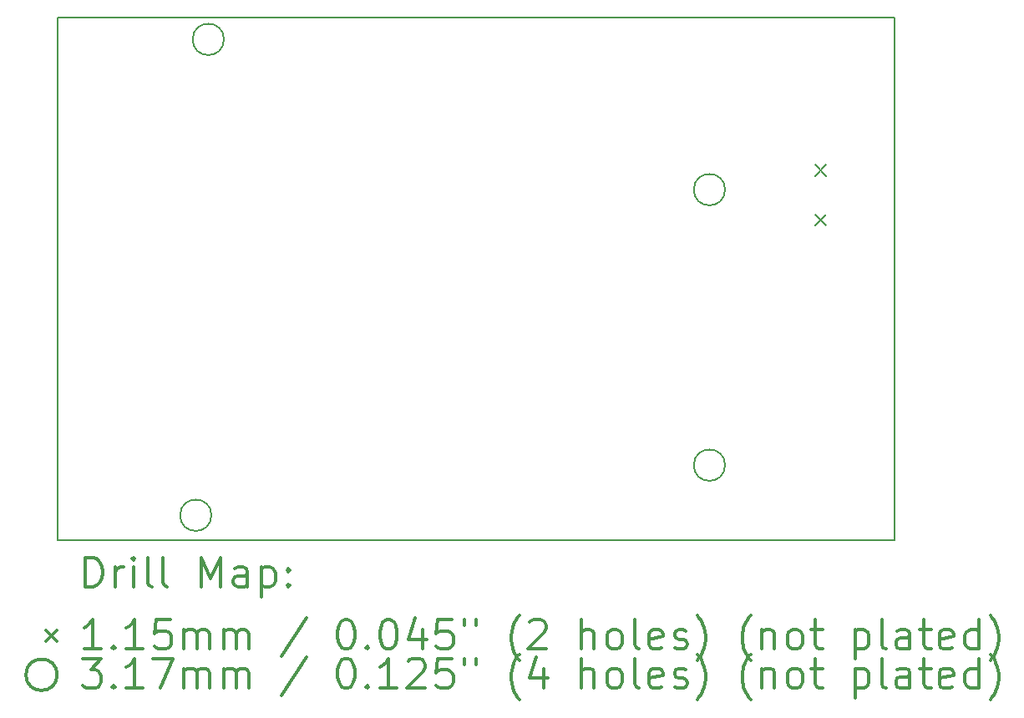
<source format=gbr>
%FSLAX45Y45*%
G04 Gerber Fmt 4.5, Leading zero omitted, Abs format (unit mm)*
G04 Created by KiCad (PCBNEW 5.0.0-fee4fd1~66~ubuntu16.04.1) date Wed Aug 22 00:33:29 2018*
%MOMM*%
%LPD*%
G01*
G04 APERTURE LIST*
%ADD10C,0.150000*%
%ADD11C,0.200000*%
%ADD12C,0.300000*%
G04 APERTURE END LIST*
D10*
X5470000Y-7700000D02*
X5470000Y-13000000D01*
X13950000Y-7700000D02*
X5470000Y-7700000D01*
X13950000Y-13000000D02*
X13950000Y-7700000D01*
X5470000Y-13000000D02*
X13950000Y-13000000D01*
D11*
X13142500Y-9192500D02*
X13257500Y-9307500D01*
X13257500Y-9192500D02*
X13142500Y-9307500D01*
X13142500Y-9692500D02*
X13257500Y-9807500D01*
X13257500Y-9692500D02*
X13142500Y-9807500D01*
X7025750Y-12746000D02*
G75*
G03X7025750Y-12746000I-158750J0D01*
G01*
X7152750Y-7920000D02*
G75*
G03X7152750Y-7920000I-158750J0D01*
G01*
X12232750Y-9444000D02*
G75*
G03X12232750Y-9444000I-158750J0D01*
G01*
X12232750Y-12238000D02*
G75*
G03X12232750Y-12238000I-158750J0D01*
G01*
D12*
X5748928Y-13473214D02*
X5748928Y-13173214D01*
X5820357Y-13173214D01*
X5863214Y-13187500D01*
X5891786Y-13216071D01*
X5906071Y-13244643D01*
X5920357Y-13301786D01*
X5920357Y-13344643D01*
X5906071Y-13401786D01*
X5891786Y-13430357D01*
X5863214Y-13458929D01*
X5820357Y-13473214D01*
X5748928Y-13473214D01*
X6048928Y-13473214D02*
X6048928Y-13273214D01*
X6048928Y-13330357D02*
X6063214Y-13301786D01*
X6077500Y-13287500D01*
X6106071Y-13273214D01*
X6134643Y-13273214D01*
X6234643Y-13473214D02*
X6234643Y-13273214D01*
X6234643Y-13173214D02*
X6220357Y-13187500D01*
X6234643Y-13201786D01*
X6248928Y-13187500D01*
X6234643Y-13173214D01*
X6234643Y-13201786D01*
X6420357Y-13473214D02*
X6391786Y-13458929D01*
X6377500Y-13430357D01*
X6377500Y-13173214D01*
X6577500Y-13473214D02*
X6548928Y-13458929D01*
X6534643Y-13430357D01*
X6534643Y-13173214D01*
X6920357Y-13473214D02*
X6920357Y-13173214D01*
X7020357Y-13387500D01*
X7120357Y-13173214D01*
X7120357Y-13473214D01*
X7391786Y-13473214D02*
X7391786Y-13316071D01*
X7377500Y-13287500D01*
X7348928Y-13273214D01*
X7291786Y-13273214D01*
X7263214Y-13287500D01*
X7391786Y-13458929D02*
X7363214Y-13473214D01*
X7291786Y-13473214D01*
X7263214Y-13458929D01*
X7248928Y-13430357D01*
X7248928Y-13401786D01*
X7263214Y-13373214D01*
X7291786Y-13358929D01*
X7363214Y-13358929D01*
X7391786Y-13344643D01*
X7534643Y-13273214D02*
X7534643Y-13573214D01*
X7534643Y-13287500D02*
X7563214Y-13273214D01*
X7620357Y-13273214D01*
X7648928Y-13287500D01*
X7663214Y-13301786D01*
X7677500Y-13330357D01*
X7677500Y-13416071D01*
X7663214Y-13444643D01*
X7648928Y-13458929D01*
X7620357Y-13473214D01*
X7563214Y-13473214D01*
X7534643Y-13458929D01*
X7806071Y-13444643D02*
X7820357Y-13458929D01*
X7806071Y-13473214D01*
X7791786Y-13458929D01*
X7806071Y-13444643D01*
X7806071Y-13473214D01*
X7806071Y-13287500D02*
X7820357Y-13301786D01*
X7806071Y-13316071D01*
X7791786Y-13301786D01*
X7806071Y-13287500D01*
X7806071Y-13316071D01*
X5347500Y-13910000D02*
X5462500Y-14025000D01*
X5462500Y-13910000D02*
X5347500Y-14025000D01*
X5906071Y-14103214D02*
X5734643Y-14103214D01*
X5820357Y-14103214D02*
X5820357Y-13803214D01*
X5791786Y-13846071D01*
X5763214Y-13874643D01*
X5734643Y-13888929D01*
X6034643Y-14074643D02*
X6048928Y-14088929D01*
X6034643Y-14103214D01*
X6020357Y-14088929D01*
X6034643Y-14074643D01*
X6034643Y-14103214D01*
X6334643Y-14103214D02*
X6163214Y-14103214D01*
X6248928Y-14103214D02*
X6248928Y-13803214D01*
X6220357Y-13846071D01*
X6191786Y-13874643D01*
X6163214Y-13888929D01*
X6606071Y-13803214D02*
X6463214Y-13803214D01*
X6448928Y-13946071D01*
X6463214Y-13931786D01*
X6491786Y-13917500D01*
X6563214Y-13917500D01*
X6591786Y-13931786D01*
X6606071Y-13946071D01*
X6620357Y-13974643D01*
X6620357Y-14046071D01*
X6606071Y-14074643D01*
X6591786Y-14088929D01*
X6563214Y-14103214D01*
X6491786Y-14103214D01*
X6463214Y-14088929D01*
X6448928Y-14074643D01*
X6748928Y-14103214D02*
X6748928Y-13903214D01*
X6748928Y-13931786D02*
X6763214Y-13917500D01*
X6791786Y-13903214D01*
X6834643Y-13903214D01*
X6863214Y-13917500D01*
X6877500Y-13946071D01*
X6877500Y-14103214D01*
X6877500Y-13946071D02*
X6891786Y-13917500D01*
X6920357Y-13903214D01*
X6963214Y-13903214D01*
X6991786Y-13917500D01*
X7006071Y-13946071D01*
X7006071Y-14103214D01*
X7148928Y-14103214D02*
X7148928Y-13903214D01*
X7148928Y-13931786D02*
X7163214Y-13917500D01*
X7191786Y-13903214D01*
X7234643Y-13903214D01*
X7263214Y-13917500D01*
X7277500Y-13946071D01*
X7277500Y-14103214D01*
X7277500Y-13946071D02*
X7291786Y-13917500D01*
X7320357Y-13903214D01*
X7363214Y-13903214D01*
X7391786Y-13917500D01*
X7406071Y-13946071D01*
X7406071Y-14103214D01*
X7991786Y-13788929D02*
X7734643Y-14174643D01*
X8377500Y-13803214D02*
X8406071Y-13803214D01*
X8434643Y-13817500D01*
X8448928Y-13831786D01*
X8463214Y-13860357D01*
X8477500Y-13917500D01*
X8477500Y-13988929D01*
X8463214Y-14046071D01*
X8448928Y-14074643D01*
X8434643Y-14088929D01*
X8406071Y-14103214D01*
X8377500Y-14103214D01*
X8348928Y-14088929D01*
X8334643Y-14074643D01*
X8320357Y-14046071D01*
X8306071Y-13988929D01*
X8306071Y-13917500D01*
X8320357Y-13860357D01*
X8334643Y-13831786D01*
X8348928Y-13817500D01*
X8377500Y-13803214D01*
X8606071Y-14074643D02*
X8620357Y-14088929D01*
X8606071Y-14103214D01*
X8591786Y-14088929D01*
X8606071Y-14074643D01*
X8606071Y-14103214D01*
X8806071Y-13803214D02*
X8834643Y-13803214D01*
X8863214Y-13817500D01*
X8877500Y-13831786D01*
X8891786Y-13860357D01*
X8906071Y-13917500D01*
X8906071Y-13988929D01*
X8891786Y-14046071D01*
X8877500Y-14074643D01*
X8863214Y-14088929D01*
X8834643Y-14103214D01*
X8806071Y-14103214D01*
X8777500Y-14088929D01*
X8763214Y-14074643D01*
X8748928Y-14046071D01*
X8734643Y-13988929D01*
X8734643Y-13917500D01*
X8748928Y-13860357D01*
X8763214Y-13831786D01*
X8777500Y-13817500D01*
X8806071Y-13803214D01*
X9163214Y-13903214D02*
X9163214Y-14103214D01*
X9091786Y-13788929D02*
X9020357Y-14003214D01*
X9206071Y-14003214D01*
X9463214Y-13803214D02*
X9320357Y-13803214D01*
X9306071Y-13946071D01*
X9320357Y-13931786D01*
X9348928Y-13917500D01*
X9420357Y-13917500D01*
X9448928Y-13931786D01*
X9463214Y-13946071D01*
X9477500Y-13974643D01*
X9477500Y-14046071D01*
X9463214Y-14074643D01*
X9448928Y-14088929D01*
X9420357Y-14103214D01*
X9348928Y-14103214D01*
X9320357Y-14088929D01*
X9306071Y-14074643D01*
X9591786Y-13803214D02*
X9591786Y-13860357D01*
X9706071Y-13803214D02*
X9706071Y-13860357D01*
X10148928Y-14217500D02*
X10134643Y-14203214D01*
X10106071Y-14160357D01*
X10091786Y-14131786D01*
X10077500Y-14088929D01*
X10063214Y-14017500D01*
X10063214Y-13960357D01*
X10077500Y-13888929D01*
X10091786Y-13846071D01*
X10106071Y-13817500D01*
X10134643Y-13774643D01*
X10148928Y-13760357D01*
X10248928Y-13831786D02*
X10263214Y-13817500D01*
X10291786Y-13803214D01*
X10363214Y-13803214D01*
X10391786Y-13817500D01*
X10406071Y-13831786D01*
X10420357Y-13860357D01*
X10420357Y-13888929D01*
X10406071Y-13931786D01*
X10234643Y-14103214D01*
X10420357Y-14103214D01*
X10777500Y-14103214D02*
X10777500Y-13803214D01*
X10906071Y-14103214D02*
X10906071Y-13946071D01*
X10891786Y-13917500D01*
X10863214Y-13903214D01*
X10820357Y-13903214D01*
X10791786Y-13917500D01*
X10777500Y-13931786D01*
X11091786Y-14103214D02*
X11063214Y-14088929D01*
X11048928Y-14074643D01*
X11034643Y-14046071D01*
X11034643Y-13960357D01*
X11048928Y-13931786D01*
X11063214Y-13917500D01*
X11091786Y-13903214D01*
X11134643Y-13903214D01*
X11163214Y-13917500D01*
X11177500Y-13931786D01*
X11191786Y-13960357D01*
X11191786Y-14046071D01*
X11177500Y-14074643D01*
X11163214Y-14088929D01*
X11134643Y-14103214D01*
X11091786Y-14103214D01*
X11363214Y-14103214D02*
X11334643Y-14088929D01*
X11320357Y-14060357D01*
X11320357Y-13803214D01*
X11591786Y-14088929D02*
X11563214Y-14103214D01*
X11506071Y-14103214D01*
X11477500Y-14088929D01*
X11463214Y-14060357D01*
X11463214Y-13946071D01*
X11477500Y-13917500D01*
X11506071Y-13903214D01*
X11563214Y-13903214D01*
X11591786Y-13917500D01*
X11606071Y-13946071D01*
X11606071Y-13974643D01*
X11463214Y-14003214D01*
X11720357Y-14088929D02*
X11748928Y-14103214D01*
X11806071Y-14103214D01*
X11834643Y-14088929D01*
X11848928Y-14060357D01*
X11848928Y-14046071D01*
X11834643Y-14017500D01*
X11806071Y-14003214D01*
X11763214Y-14003214D01*
X11734643Y-13988929D01*
X11720357Y-13960357D01*
X11720357Y-13946071D01*
X11734643Y-13917500D01*
X11763214Y-13903214D01*
X11806071Y-13903214D01*
X11834643Y-13917500D01*
X11948928Y-14217500D02*
X11963214Y-14203214D01*
X11991786Y-14160357D01*
X12006071Y-14131786D01*
X12020357Y-14088929D01*
X12034643Y-14017500D01*
X12034643Y-13960357D01*
X12020357Y-13888929D01*
X12006071Y-13846071D01*
X11991786Y-13817500D01*
X11963214Y-13774643D01*
X11948928Y-13760357D01*
X12491786Y-14217500D02*
X12477500Y-14203214D01*
X12448928Y-14160357D01*
X12434643Y-14131786D01*
X12420357Y-14088929D01*
X12406071Y-14017500D01*
X12406071Y-13960357D01*
X12420357Y-13888929D01*
X12434643Y-13846071D01*
X12448928Y-13817500D01*
X12477500Y-13774643D01*
X12491786Y-13760357D01*
X12606071Y-13903214D02*
X12606071Y-14103214D01*
X12606071Y-13931786D02*
X12620357Y-13917500D01*
X12648928Y-13903214D01*
X12691786Y-13903214D01*
X12720357Y-13917500D01*
X12734643Y-13946071D01*
X12734643Y-14103214D01*
X12920357Y-14103214D02*
X12891786Y-14088929D01*
X12877500Y-14074643D01*
X12863214Y-14046071D01*
X12863214Y-13960357D01*
X12877500Y-13931786D01*
X12891786Y-13917500D01*
X12920357Y-13903214D01*
X12963214Y-13903214D01*
X12991786Y-13917500D01*
X13006071Y-13931786D01*
X13020357Y-13960357D01*
X13020357Y-14046071D01*
X13006071Y-14074643D01*
X12991786Y-14088929D01*
X12963214Y-14103214D01*
X12920357Y-14103214D01*
X13106071Y-13903214D02*
X13220357Y-13903214D01*
X13148928Y-13803214D02*
X13148928Y-14060357D01*
X13163214Y-14088929D01*
X13191786Y-14103214D01*
X13220357Y-14103214D01*
X13548928Y-13903214D02*
X13548928Y-14203214D01*
X13548928Y-13917500D02*
X13577500Y-13903214D01*
X13634643Y-13903214D01*
X13663214Y-13917500D01*
X13677500Y-13931786D01*
X13691786Y-13960357D01*
X13691786Y-14046071D01*
X13677500Y-14074643D01*
X13663214Y-14088929D01*
X13634643Y-14103214D01*
X13577500Y-14103214D01*
X13548928Y-14088929D01*
X13863214Y-14103214D02*
X13834643Y-14088929D01*
X13820357Y-14060357D01*
X13820357Y-13803214D01*
X14106071Y-14103214D02*
X14106071Y-13946071D01*
X14091786Y-13917500D01*
X14063214Y-13903214D01*
X14006071Y-13903214D01*
X13977500Y-13917500D01*
X14106071Y-14088929D02*
X14077500Y-14103214D01*
X14006071Y-14103214D01*
X13977500Y-14088929D01*
X13963214Y-14060357D01*
X13963214Y-14031786D01*
X13977500Y-14003214D01*
X14006071Y-13988929D01*
X14077500Y-13988929D01*
X14106071Y-13974643D01*
X14206071Y-13903214D02*
X14320357Y-13903214D01*
X14248928Y-13803214D02*
X14248928Y-14060357D01*
X14263214Y-14088929D01*
X14291786Y-14103214D01*
X14320357Y-14103214D01*
X14534643Y-14088929D02*
X14506071Y-14103214D01*
X14448928Y-14103214D01*
X14420357Y-14088929D01*
X14406071Y-14060357D01*
X14406071Y-13946071D01*
X14420357Y-13917500D01*
X14448928Y-13903214D01*
X14506071Y-13903214D01*
X14534643Y-13917500D01*
X14548928Y-13946071D01*
X14548928Y-13974643D01*
X14406071Y-14003214D01*
X14806071Y-14103214D02*
X14806071Y-13803214D01*
X14806071Y-14088929D02*
X14777500Y-14103214D01*
X14720357Y-14103214D01*
X14691786Y-14088929D01*
X14677500Y-14074643D01*
X14663214Y-14046071D01*
X14663214Y-13960357D01*
X14677500Y-13931786D01*
X14691786Y-13917500D01*
X14720357Y-13903214D01*
X14777500Y-13903214D01*
X14806071Y-13917500D01*
X14920357Y-14217500D02*
X14934643Y-14203214D01*
X14963214Y-14160357D01*
X14977500Y-14131786D01*
X14991786Y-14088929D01*
X15006071Y-14017500D01*
X15006071Y-13960357D01*
X14991786Y-13888929D01*
X14977500Y-13846071D01*
X14963214Y-13817500D01*
X14934643Y-13774643D01*
X14920357Y-13760357D01*
X5462500Y-14363500D02*
G75*
G03X5462500Y-14363500I-158750J0D01*
G01*
X5720357Y-14199214D02*
X5906071Y-14199214D01*
X5806071Y-14313500D01*
X5848928Y-14313500D01*
X5877500Y-14327786D01*
X5891786Y-14342071D01*
X5906071Y-14370643D01*
X5906071Y-14442071D01*
X5891786Y-14470643D01*
X5877500Y-14484929D01*
X5848928Y-14499214D01*
X5763214Y-14499214D01*
X5734643Y-14484929D01*
X5720357Y-14470643D01*
X6034643Y-14470643D02*
X6048928Y-14484929D01*
X6034643Y-14499214D01*
X6020357Y-14484929D01*
X6034643Y-14470643D01*
X6034643Y-14499214D01*
X6334643Y-14499214D02*
X6163214Y-14499214D01*
X6248928Y-14499214D02*
X6248928Y-14199214D01*
X6220357Y-14242071D01*
X6191786Y-14270643D01*
X6163214Y-14284929D01*
X6434643Y-14199214D02*
X6634643Y-14199214D01*
X6506071Y-14499214D01*
X6748928Y-14499214D02*
X6748928Y-14299214D01*
X6748928Y-14327786D02*
X6763214Y-14313500D01*
X6791786Y-14299214D01*
X6834643Y-14299214D01*
X6863214Y-14313500D01*
X6877500Y-14342071D01*
X6877500Y-14499214D01*
X6877500Y-14342071D02*
X6891786Y-14313500D01*
X6920357Y-14299214D01*
X6963214Y-14299214D01*
X6991786Y-14313500D01*
X7006071Y-14342071D01*
X7006071Y-14499214D01*
X7148928Y-14499214D02*
X7148928Y-14299214D01*
X7148928Y-14327786D02*
X7163214Y-14313500D01*
X7191786Y-14299214D01*
X7234643Y-14299214D01*
X7263214Y-14313500D01*
X7277500Y-14342071D01*
X7277500Y-14499214D01*
X7277500Y-14342071D02*
X7291786Y-14313500D01*
X7320357Y-14299214D01*
X7363214Y-14299214D01*
X7391786Y-14313500D01*
X7406071Y-14342071D01*
X7406071Y-14499214D01*
X7991786Y-14184929D02*
X7734643Y-14570643D01*
X8377500Y-14199214D02*
X8406071Y-14199214D01*
X8434643Y-14213500D01*
X8448928Y-14227786D01*
X8463214Y-14256357D01*
X8477500Y-14313500D01*
X8477500Y-14384929D01*
X8463214Y-14442071D01*
X8448928Y-14470643D01*
X8434643Y-14484929D01*
X8406071Y-14499214D01*
X8377500Y-14499214D01*
X8348928Y-14484929D01*
X8334643Y-14470643D01*
X8320357Y-14442071D01*
X8306071Y-14384929D01*
X8306071Y-14313500D01*
X8320357Y-14256357D01*
X8334643Y-14227786D01*
X8348928Y-14213500D01*
X8377500Y-14199214D01*
X8606071Y-14470643D02*
X8620357Y-14484929D01*
X8606071Y-14499214D01*
X8591786Y-14484929D01*
X8606071Y-14470643D01*
X8606071Y-14499214D01*
X8906071Y-14499214D02*
X8734643Y-14499214D01*
X8820357Y-14499214D02*
X8820357Y-14199214D01*
X8791786Y-14242071D01*
X8763214Y-14270643D01*
X8734643Y-14284929D01*
X9020357Y-14227786D02*
X9034643Y-14213500D01*
X9063214Y-14199214D01*
X9134643Y-14199214D01*
X9163214Y-14213500D01*
X9177500Y-14227786D01*
X9191786Y-14256357D01*
X9191786Y-14284929D01*
X9177500Y-14327786D01*
X9006071Y-14499214D01*
X9191786Y-14499214D01*
X9463214Y-14199214D02*
X9320357Y-14199214D01*
X9306071Y-14342071D01*
X9320357Y-14327786D01*
X9348928Y-14313500D01*
X9420357Y-14313500D01*
X9448928Y-14327786D01*
X9463214Y-14342071D01*
X9477500Y-14370643D01*
X9477500Y-14442071D01*
X9463214Y-14470643D01*
X9448928Y-14484929D01*
X9420357Y-14499214D01*
X9348928Y-14499214D01*
X9320357Y-14484929D01*
X9306071Y-14470643D01*
X9591786Y-14199214D02*
X9591786Y-14256357D01*
X9706071Y-14199214D02*
X9706071Y-14256357D01*
X10148928Y-14613500D02*
X10134643Y-14599214D01*
X10106071Y-14556357D01*
X10091786Y-14527786D01*
X10077500Y-14484929D01*
X10063214Y-14413500D01*
X10063214Y-14356357D01*
X10077500Y-14284929D01*
X10091786Y-14242071D01*
X10106071Y-14213500D01*
X10134643Y-14170643D01*
X10148928Y-14156357D01*
X10391786Y-14299214D02*
X10391786Y-14499214D01*
X10320357Y-14184929D02*
X10248928Y-14399214D01*
X10434643Y-14399214D01*
X10777500Y-14499214D02*
X10777500Y-14199214D01*
X10906071Y-14499214D02*
X10906071Y-14342071D01*
X10891786Y-14313500D01*
X10863214Y-14299214D01*
X10820357Y-14299214D01*
X10791786Y-14313500D01*
X10777500Y-14327786D01*
X11091786Y-14499214D02*
X11063214Y-14484929D01*
X11048928Y-14470643D01*
X11034643Y-14442071D01*
X11034643Y-14356357D01*
X11048928Y-14327786D01*
X11063214Y-14313500D01*
X11091786Y-14299214D01*
X11134643Y-14299214D01*
X11163214Y-14313500D01*
X11177500Y-14327786D01*
X11191786Y-14356357D01*
X11191786Y-14442071D01*
X11177500Y-14470643D01*
X11163214Y-14484929D01*
X11134643Y-14499214D01*
X11091786Y-14499214D01*
X11363214Y-14499214D02*
X11334643Y-14484929D01*
X11320357Y-14456357D01*
X11320357Y-14199214D01*
X11591786Y-14484929D02*
X11563214Y-14499214D01*
X11506071Y-14499214D01*
X11477500Y-14484929D01*
X11463214Y-14456357D01*
X11463214Y-14342071D01*
X11477500Y-14313500D01*
X11506071Y-14299214D01*
X11563214Y-14299214D01*
X11591786Y-14313500D01*
X11606071Y-14342071D01*
X11606071Y-14370643D01*
X11463214Y-14399214D01*
X11720357Y-14484929D02*
X11748928Y-14499214D01*
X11806071Y-14499214D01*
X11834643Y-14484929D01*
X11848928Y-14456357D01*
X11848928Y-14442071D01*
X11834643Y-14413500D01*
X11806071Y-14399214D01*
X11763214Y-14399214D01*
X11734643Y-14384929D01*
X11720357Y-14356357D01*
X11720357Y-14342071D01*
X11734643Y-14313500D01*
X11763214Y-14299214D01*
X11806071Y-14299214D01*
X11834643Y-14313500D01*
X11948928Y-14613500D02*
X11963214Y-14599214D01*
X11991786Y-14556357D01*
X12006071Y-14527786D01*
X12020357Y-14484929D01*
X12034643Y-14413500D01*
X12034643Y-14356357D01*
X12020357Y-14284929D01*
X12006071Y-14242071D01*
X11991786Y-14213500D01*
X11963214Y-14170643D01*
X11948928Y-14156357D01*
X12491786Y-14613500D02*
X12477500Y-14599214D01*
X12448928Y-14556357D01*
X12434643Y-14527786D01*
X12420357Y-14484929D01*
X12406071Y-14413500D01*
X12406071Y-14356357D01*
X12420357Y-14284929D01*
X12434643Y-14242071D01*
X12448928Y-14213500D01*
X12477500Y-14170643D01*
X12491786Y-14156357D01*
X12606071Y-14299214D02*
X12606071Y-14499214D01*
X12606071Y-14327786D02*
X12620357Y-14313500D01*
X12648928Y-14299214D01*
X12691786Y-14299214D01*
X12720357Y-14313500D01*
X12734643Y-14342071D01*
X12734643Y-14499214D01*
X12920357Y-14499214D02*
X12891786Y-14484929D01*
X12877500Y-14470643D01*
X12863214Y-14442071D01*
X12863214Y-14356357D01*
X12877500Y-14327786D01*
X12891786Y-14313500D01*
X12920357Y-14299214D01*
X12963214Y-14299214D01*
X12991786Y-14313500D01*
X13006071Y-14327786D01*
X13020357Y-14356357D01*
X13020357Y-14442071D01*
X13006071Y-14470643D01*
X12991786Y-14484929D01*
X12963214Y-14499214D01*
X12920357Y-14499214D01*
X13106071Y-14299214D02*
X13220357Y-14299214D01*
X13148928Y-14199214D02*
X13148928Y-14456357D01*
X13163214Y-14484929D01*
X13191786Y-14499214D01*
X13220357Y-14499214D01*
X13548928Y-14299214D02*
X13548928Y-14599214D01*
X13548928Y-14313500D02*
X13577500Y-14299214D01*
X13634643Y-14299214D01*
X13663214Y-14313500D01*
X13677500Y-14327786D01*
X13691786Y-14356357D01*
X13691786Y-14442071D01*
X13677500Y-14470643D01*
X13663214Y-14484929D01*
X13634643Y-14499214D01*
X13577500Y-14499214D01*
X13548928Y-14484929D01*
X13863214Y-14499214D02*
X13834643Y-14484929D01*
X13820357Y-14456357D01*
X13820357Y-14199214D01*
X14106071Y-14499214D02*
X14106071Y-14342071D01*
X14091786Y-14313500D01*
X14063214Y-14299214D01*
X14006071Y-14299214D01*
X13977500Y-14313500D01*
X14106071Y-14484929D02*
X14077500Y-14499214D01*
X14006071Y-14499214D01*
X13977500Y-14484929D01*
X13963214Y-14456357D01*
X13963214Y-14427786D01*
X13977500Y-14399214D01*
X14006071Y-14384929D01*
X14077500Y-14384929D01*
X14106071Y-14370643D01*
X14206071Y-14299214D02*
X14320357Y-14299214D01*
X14248928Y-14199214D02*
X14248928Y-14456357D01*
X14263214Y-14484929D01*
X14291786Y-14499214D01*
X14320357Y-14499214D01*
X14534643Y-14484929D02*
X14506071Y-14499214D01*
X14448928Y-14499214D01*
X14420357Y-14484929D01*
X14406071Y-14456357D01*
X14406071Y-14342071D01*
X14420357Y-14313500D01*
X14448928Y-14299214D01*
X14506071Y-14299214D01*
X14534643Y-14313500D01*
X14548928Y-14342071D01*
X14548928Y-14370643D01*
X14406071Y-14399214D01*
X14806071Y-14499214D02*
X14806071Y-14199214D01*
X14806071Y-14484929D02*
X14777500Y-14499214D01*
X14720357Y-14499214D01*
X14691786Y-14484929D01*
X14677500Y-14470643D01*
X14663214Y-14442071D01*
X14663214Y-14356357D01*
X14677500Y-14327786D01*
X14691786Y-14313500D01*
X14720357Y-14299214D01*
X14777500Y-14299214D01*
X14806071Y-14313500D01*
X14920357Y-14613500D02*
X14934643Y-14599214D01*
X14963214Y-14556357D01*
X14977500Y-14527786D01*
X14991786Y-14484929D01*
X15006071Y-14413500D01*
X15006071Y-14356357D01*
X14991786Y-14284929D01*
X14977500Y-14242071D01*
X14963214Y-14213500D01*
X14934643Y-14170643D01*
X14920357Y-14156357D01*
M02*

</source>
